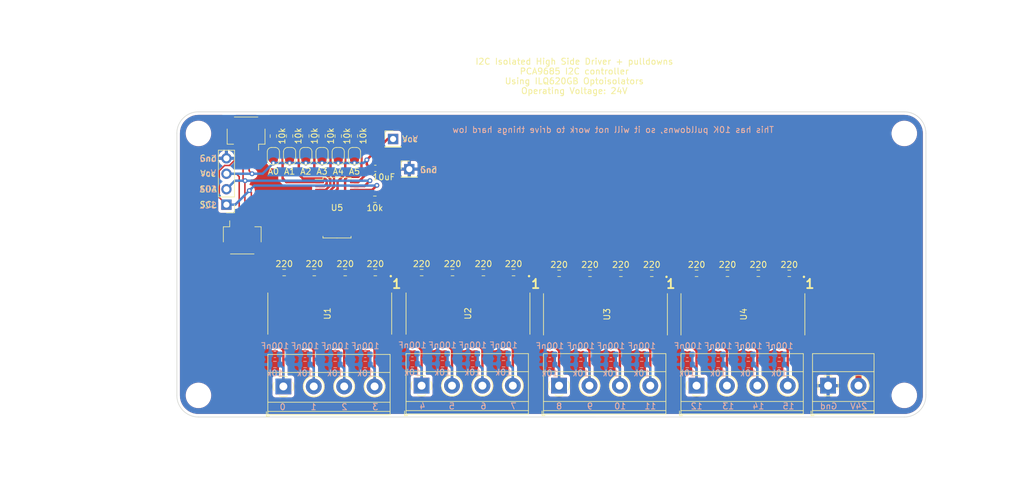
<source format=kicad_pcb>
(kicad_pcb (version 20211014) (generator pcbnew)
  (layers (0 "F.Cu" signal) (31 "B.Cu" signal) (34 "B.Paste" user) (35 "F.Paste" user) (36 "B.SilkS" user "B.Silkscreen") (37 "F.SilkS" user "F.Silkscreen") (38 "B.Mask" user) (39 "F.Mask" user) (44 "Edge.Cuts" user))
  (net 0 "")
  (net 1 "Net-(C1-Pad1)")
  (net 2 "GND")
  (net 3 "Net-(C2-Pad1)")
  (net 4 "Net-(C3-Pad1)")
  (net 5 "Net-(C4-Pad1)")
  (net 6 "Net-(C5-Pad1)")
  (net 7 "Net-(C6-Pad1)")
  (net 8 "Net-(C7-Pad1)")
  (net 9 "Net-(C8-Pad1)")
  (net 10 "Net-(C9-Pad1)")
  (net 11 "Net-(C10-Pad1)")
  (net 12 "Net-(C11-Pad1)")
  (net 13 "Net-(C12-Pad1)")
  (net 14 "Net-(C13-Pad1)")
  (net 15 "Net-(C14-Pad1)")
  (net 16 "Net-(C15-Pad1)")
  (net 17 "Net-(C16-Pad1)")
  (net 18 "VCC")
  (net 19 "+24V")
  (net 20 "/scl")
  (net 21 "/sda")
  (net 22 "Net-(JP1-Pad2)")
  (net 23 "Net-(JP2-Pad2)")
  (net 24 "Net-(JP3-Pad2)")
  (net 25 "Net-(JP4-Pad2)")
  (net 26 "Net-(JP5-Pad2)")
  (net 27 "Net-(JP6-Pad2)")
  (net 28 "Net-(R1-Pad1)")
  (net 29 "/pwm0")
  (net 30 "Net-(R2-Pad1)")
  (net 31 "/pwm1")
  (net 32 "Net-(R3-Pad1)")
  (net 33 "/pwm2")
  (net 34 "Net-(R4-Pad1)")
  (net 35 "/pwm3")
  (net 36 "Net-(R5-Pad1)")
  (net 37 "/pwm4")
  (net 38 "Net-(R6-Pad1)")
  (net 39 "/pwm5")
  (net 40 "Net-(R7-Pad1)")
  (net 41 "/pwm6")
  (net 42 "Net-(R8-Pad1)")
  (net 43 "/pwm7")
  (net 44 "Net-(R9-Pad1)")
  (net 45 "/pwm8")
  (net 46 "Net-(R10-Pad1)")
  (net 47 "/pwm9")
  (net 48 "Net-(R11-Pad1)")
  (net 49 "/pwm10")
  (net 50 "Net-(R12-Pad1)")
  (net 51 "/pwm11")
  (net 52 "Net-(R13-Pad1)")
  (net 53 "/pwm12")
  (net 54 "Net-(R14-Pad1)")
  (net 55 "/pwm13")
  (net 56 "Net-(R15-Pad1)")
  (net 57 "/pwm14")
  (net 58 "Net-(R16-Pad1)")
  (net 59 "/pwm15")
  (net 60 "Net-(R39-Pad1)")
  (footprint "TerminalBlock_Phoenix:TerminalBlock_Phoenix_MKDS-1,5-2_1x02_P5.00mm_Horizontal" (layer "F.Cu") (at 197.946 125.313)
    (fp_text reference "J1" hide)
    (fp_text value "power in")
  )
  (footprint "TerminalBlock_Phoenix:TerminalBlock_Phoenix_MKDS-1,5-4_1x04_P5.00mm_Horizontal" (layer "F.Cu") (at 153.703 125.313)
    (fp_text reference "J4" hide)
    (fp_text value "Conn_01x04")
  )
  (footprint "Resistor_SMD:R_0603_1608Metric" (layer "F.Cu") (at 153.71 106.847 180)
    (fp_text reference "R9" hide)
    (fp_text value "220")
  )
  (footprint "Evan's misc parts:OPTO_ILQ620GB-X009" (layer "F.Cu") (at 115.991 113.462 -90)
    (fp_text reference "U1")
    (fp_text value "ILQ620GB-X009")
  )
  (footprint "Evan's misc parts:OPTO_ILQ620GB-X009" (layer "F.Cu") (at 183.936 113.578 -90)
    (fp_text reference "U4")
    (fp_text value "ILQ620GB-X009")
  )
  (footprint "Jumper:SolderJumper-2_P1.3mm_Bridged_RoundedPad1.0x1.5mm" (layer "F.Cu") (at 120.055 87.543 90)
    (fp_text reference "JP6" hide)
    (fp_text value "Jumper_2_Open" hide)
  )
  (footprint "Resistor_SMD:R_0603_1608Metric" (layer "F.Cu") (at 106.72 84.271 90)
    (fp_text reference "R33" hide)
    (fp_text value "10k")
  )
  (footprint "Resistor_SMD:R_0603_1608Metric" (layer "F.Cu") (at 131.104 106.72 180)
    (fp_text reference "R5" hide)
    (fp_text value "220")
  )
  (footprint "Jumper:SolderJumper-2_P1.3mm_Open_RoundedPad1.0x1.5mm" (layer "F.Cu") (at 112.054 87.543 90)
    (fp_text reference "JP3" hide)
    (fp_text value "Jumper_2_Open" hide)
  )
  (footprint "Resistor_SMD:R_0603_1608Metric" (layer "F.Cu") (at 113.451 106.72 180)
    (fp_text reference "R2" hide)
    (fp_text value "220")
  )
  (footprint "TerminalBlock_Phoenix:TerminalBlock_Phoenix_MKDS-1,5-4_1x04_P5.00mm_Horizontal" (layer "F.Cu") (at 108.364 125.44)
    (fp_text reference "J2" hide)
    (fp_text value "Conn_01x04")
  )
  (footprint "Jumper:SolderJumper-2_P1.3mm_Open_RoundedPad1.0x1.5mm" (layer "F.Cu") (at 106.72 87.543 90)
    (fp_text reference "JP1" hide)
    (fp_text value "Jumper_2_Open" hide)
  )
  (footprint "MountingHole:MountingHole_3.2mm_M3" (layer "F.Cu") (at 94.4 83.834)
    (fp_text reference "REF**" hide)
    (fp_text value "MountingHole_3.2mm_M3")
  )
  (footprint "Resistor_SMD:R_0603_1608Metric" (layer "F.Cu") (at 168.95 106.847 180)
    (fp_text reference "R12" hide)
    (fp_text value "220")
  )
  (footprint "TerminalBlock_Phoenix:TerminalBlock_Phoenix_MKDS-1,5-4_1x04_P5.00mm_Horizontal" (layer "F.Cu") (at 131.097 125.313)
    (fp_text reference "J3" hide)
    (fp_text value "Conn_01x04")
  )
  (footprint "Resistor_SMD:R_0603_1608Metric" (layer "F.Cu") (at 118.531 106.72 180)
    (fp_text reference "R3" hide)
    (fp_text value "220")
  )
  (footprint "Connector_JST:JST_SH_SM04B-SRSS-TB_1x04-1MP_P1.00mm_Horizontal" (layer "F.Cu") (at 101.6 100.965)
    (fp_text reference "J7" hide)
    (fp_text value "qwiic 1")
  )
  (footprint "Jumper:SolderJumper-2_P1.3mm_Open_RoundedPad1.0x1.5mm" (layer "F.Cu") (at 109.387 87.543 90)
    (fp_text reference "JP2" hide)
    (fp_text value "Jumper_2_Open" hide)
  )
  (footprint "Capacitor_SMD:C_0603_1608Metric" (layer "F.Cu") (at 123.484 89.575)
    (fp_text reference "C17" hide)
    (fp_text value "10uF")
  )
  (footprint "Resistor_SMD:R_0603_1608Metric" (layer "F.Cu") (at 163.87 106.847 180)
    (fp_text reference "R11" hide)
    (fp_text value "220")
  )
  (footprint "Resistor_SMD:R_0603_1608Metric" (layer "F.Cu") (at 123.484 106.72 180)
    (fp_text reference "R4" hide)
    (fp_text value "220")
  )
  (footprint "Resistor_SMD:R_0603_1608Metric" (layer "F.Cu") (at 120.055 84.256 90)
    (fp_text reference "R38" hide)
    (fp_text value "10k")
  )
  (footprint "Connector_PinHeader_2.54mm:PinHeader_1x04_P2.54mm_Vertical" (layer "F.Cu") (at 99 95.544 180)
    (fp_text reference "J6" hide)
    (fp_text value "to qwiic breakout")
  )
  (footprint "Resistor_SMD:R_0603_1608Metric" (layer "F.Cu") (at 123.408 94.655)
    (fp_text reference "R39" hide)
    (fp_text value "10k")
  )
  (footprint "Resistor_SMD:R_0603_1608Metric" (layer "F.Cu") (at 158.79 106.847 180)
    (fp_text reference "R10" hide)
    (fp_text value "220")
  )
  (footprint "Resistor_SMD:R_0603_1608Metric" (layer "F.Cu") (at 181.396 106.847 180)
    (fp_text reference "R14" hide)
    (fp_text value "220")
  )
  (footprint "Package_SO:TSSOP-28_4.4x9.7mm_P0.65mm" (layer "F.Cu") (at 117.185 96.059)
    (fp_text reference "U5")
    (fp_text value "PCA9685PW")
  )
  (footprint "TerminalBlock_Phoenix:TerminalBlock_Phoenix_MKDS-1,5-4_1x04_P5.00mm_Horizontal" (layer "F.Cu") (at 176.309 125.313)
    (fp_text reference "J5" hide)
    (fp_text value "Conn_01x04")
  )
  (footprint "Resistor_SMD:R_0603_1608Metric" (layer "F.Cu") (at 117.388 84.271 90)
    (fp_text reference "R37" hide)
    (fp_text value "10k")
  )
  (footprint "Connector_PinHeader_2.54mm:PinHeader_1x01_P2.54mm_Vertical" (layer "F.Cu") (at 129.072 89.702)
    (fp_text reference "J10" hide)
    (fp_text value "Conn_01x01" hide)
  )
  (footprint "MountingHole:MountingHole_3.2mm_M3" (layer "F.Cu") (at 210.479 83.834)
    (fp_text reference "REF**" hide)
    (fp_text value "MountingHole_3.2mm_M3")
  )
  (footprint "Resistor_SMD:R_0603_1608Metric" (layer "F.Cu") (at 146.217 106.72 180)
    (fp_text reference "R8" hide)
    (fp_text value "220")
  )
  (footprint "Connector_JST:JST_SH_SM04B-SRSS-TB_1x04-1MP_P1.00mm_Horizontal" (layer "F.Cu") (at 102.235 83.82 180)
    (fp_text reference "J8" hide)
    (fp_text value "qwiic 2")
  )
  (footprint "Connector_PinHeader_2.54mm:PinHeader_1x01_P2.54mm_Vertical" (layer "F.Cu") (at 126.405 84.749)
    (fp_text reference "J9" hide)
    (fp_text value "qwiic 2" hide)
  )
  (footprint "Resistor_SMD:R_0603_1608Metric" (layer "F.Cu") (at 108.498 106.72 180)
    (fp_text reference "R1" hide)
    (fp_text value "220")
  )
  (footprint "MountingHole:MountingHole_3.2mm_M3" (layer "F.Cu") (at 210.479 126.913)
    (fp_text reference "REF**" hide)
    (fp_text value "MountingHole_3.2mm_M3")
  )
  (footprint "Resistor_SMD:R_0603_1608Metric" (layer "F.Cu") (at 114.721 84.256 90)
    (fp_text reference "R36" hide)
    (fp_text value "10k")
  )
  (footprint "Resistor_SMD:R_0603_1608Metric" (layer "F.Cu") (at 191.556 106.847 180)
    (fp_text reference "R16" hide)
    (fp_text value "220")
  )
  (footprint "Resistor_SMD:R_0603_1608Metric" (layer "F.Cu") (at 112.054 84.256 90)
    (fp_text reference "R35" hide)
    (fp_text value "10k")
  )
  (footprint "Jumper:SolderJumper-2_P1.3mm_Open_RoundedPad1.0x1.5mm" (layer "F.Cu") (at 117.388 87.543 90)
    (fp_text reference "JP5" hide)
    (fp_text value "Jumper_2_Open" hide)
  )
  (footprint "Evan's misc parts:OPTO_ILQ620GB-X009" (layer "F.Cu") (at 138.724 113.462 -90)
    (fp_text reference "U2")
    (fp_text value "ILQ620GB-X009")
  )
  (footprint "Jumper:SolderJumper-2_P1.3mm_Open_RoundedPad1.0x1.5mm" (layer "F.Cu") (at 114.721 87.543 90)
    (fp_text reference "JP4" hide)
    (fp_text value "Jumper_2_Open" hide)
  )
  (footprint "Evan's misc parts:OPTO_ILQ620GB-X009" (layer "F.Cu") (at 161.33 113.578 -90)
    (fp_text reference "U3")
    (fp_text value "ILQ620GB-X009")
  )
  (footprint "Resistor_SMD:R_0603_1608Metric" (layer "F.Cu") (at 176.316 106.847 180)
    (fp_text reference "R13" hide)
    (fp_text value "220")
  )
  (footprint "Resistor_SMD:R_0603_1608Metric" (layer "F.Cu") (at 141.264 106.72 180)
    (fp_text reference "R7" hide)
    (fp_text value "220")
  )
  (footprint "Resistor_SMD:R_0603_1608Metric" (layer "F.Cu") (at 136.184 106.72 180)
    (fp_text reference "R6" hide)
    (fp_text value "220")
  )
  (footprint "MountingHole:MountingHole_3.2mm_M3" (layer "F.Cu") (at 94.4 126.913)
    (fp_text reference "REF**" hide)
    (fp_text value "MountingHole_3.2mm_M3")
  )
  (footprint "Resistor_SMD:R_0603_1608Metric" (layer "F.Cu") (at 109.387 84.256 90)
    (fp_text reference "R34" hide)
    (fp_text value "10k")
  )
  (footprint "Resistor_SMD:R_0603_1608Metric" (layer "F.Cu") (at 186.476 106.847 180)
    (fp_text reference "R15" hide)
    (fp_text value "220")
  )
  (footprint "Resistor_SMD:R_0603_1608Metric" (layer "B.Cu") (at 129.58 121.706 180)
    (fp_text reference "R21" hide)
    (fp_text value "10k")
  )
  (footprint "Capacitor_SMD:C_0603_1608Metric" (layer "B.Cu") (at 184.825 120.182 180)
    (fp_text reference "C15" hide)
    (fp_text value "100nF")
  )
  (footprint "Capacitor_SMD:C_0603_1608Metric" (layer "B.Cu") (at 167.299 120.182 180)
    (fp_text reference "C12" hide)
    (fp_text value "100nF")
  )
  (footprint "Resistor_SMD:R_0603_1608Metric" (layer "B.Cu") (at 144.566 121.706 180)
    (fp_text reference "R24" hide)
    (fp_text value "10k")
  )
  (footprint "Capacitor_SMD:C_0603_1608Metric" (layer "B.Cu") (at 106.974 120.182 180)
    (fp_text reference "C1" hide)
    (fp_text value "100nF")
  )
  (footprint "Capacitor_SMD:C_0603_1608Metric" (layer "B.Cu") (at 179.872 120.182 180)
    (fp_text reference "C14" hide)
    (fp_text value "100nF")
  )
  (footprint "Resistor_SMD:R_0603_1608Metric" (layer "B.Cu") (at 111.927 121.833 180)
    (fp_text reference "R18" hide)
    (fp_text value "10k")
  )
  (footprint "Resistor_SMD:R_0603_1608Metric" (layer "B.Cu") (at 189.905 121.833 180)
    (fp_text reference "R32" hide)
    (fp_text value "10k")
  )
  (footprint "Capacitor_SMD:C_0603_1608Metric" (layer "B.Cu") (at 157.266 120.182 180)
    (fp_text reference "C10" hide)
    (fp_text value "100nF")
  )
  (footprint "Capacitor_SMD:C_0603_1608Metric" (layer "B.Cu") (at 162.219 120.182 180)
    (fp_text reference "C11" hide)
    (fp_text value "100nF")
  )
  (footprint "Resistor_SMD:R_0603_1608Metric" (layer "B.Cu") (at 162.219 121.833 180)
    (fp_text reference "R27" hide)
    (fp_text value "10k")
  )
  (footprint "Capacitor_SMD:C_0603_1608Metric" (layer "B.Cu") (at 144.566 120.055 180)
    (fp_text reference "C8" hide)
    (fp_text value "100nF")
  )
  (footprint "Capacitor_SMD:C_0603_1608Metric" (layer "B.Cu") (at 139.486 120.055 180)
    (fp_text reference "C7" hide)
    (fp_text value "100nF")
  )
  (footprint "Resistor_SMD:R_0603_1608Metric" (layer "B.Cu") (at 174.792 121.833 180)
    (fp_text reference "R29" hide)
    (fp_text value "10k")
  )
  (footprint "Resistor_SMD:R_0603_1608Metric" (layer "B.Cu") (at 116.88 121.833 180)
    (fp_text reference "R19" hide)
    (fp_text value "10k")
  )
  (footprint "Resistor_SMD:R_0603_1608Metric" (layer "B.Cu") (at 152.186 121.833 180)
    (fp_text reference "R25" hide)
    (fp_text value "10k")
  )
  (footprint "Capacitor_SMD:C_0603_1608Metric" (layer "B.Cu") (at 189.918 120.182 180)
    (fp_text reference "C16" hide)
    (fp_text value "100nF")
  )
  (footprint "Resistor_SMD:R_0603_1608Metric" (layer "B.Cu") (at 121.833 121.833 180)
    (fp_text reference "R20" hide)
    (fp_text value "10k")
  )
  (footprint "Capacitor_SMD:C_0603_1608Metric" (layer "B.Cu") (at 134.533 120.055 180)
    (fp_text reference "C6" hide)
    (fp_text value "100nF")
  )
  (footprint "Resistor_SMD:R_0603_1608Metric" (layer "B.Cu") (at 139.486 121.706 180)
    (fp_text reference "R23" hide)
    (fp_text value "10k")
  )
  (footprint "Capacitor_SMD:C_0603_1608Metric" (layer "B.Cu") (at 111.927 120.182 180)
    (fp_text reference "C2" hide)
    (fp_text value "100nF")
  )
  (footprint "Capacitor_SMD:C_0603_1608Metric" (layer "B.Cu") (at 174.792 120.182 180)
    (fp_text reference "C13" hide)
    (fp_text value "100nF")
  )
  (footprint "Resistor_SMD:R_0603_1608Metric" (layer "B.Cu") (at 106.974 121.833 180)
    (fp_text reference "R17" hide)
    (fp_text value "10k")
  )
  (footprint "Resistor_SMD:R_0603_1608Metric" (layer "B.Cu") (at 167.299 121.833 180)
    (fp_text reference "R28" hide)
    (fp_text value "10k")
  )
  (footprint "Resistor_SMD:R_0603_1608Metric" (layer "B.Cu") (at 134.533 121.706 180)
    (fp_text reference "R22" hide)
    (fp_text value "10k")
  )
  (footprint "Capacitor_SMD:C_0603_1608Metric" (layer "B.Cu") (at 116.88 120.182 180)
    (fp_text reference "C3" hide)
    (fp_text value "100nF")
  )
  (footprint "Capacitor_SMD:C_0603_1608Metric" (layer "B.Cu") (at 129.58 120.055 180)
    (fp_text reference "C5" hide)
    (fp_text value "100nF")
  )
  (footprint "Resistor_SMD:R_0603_1608Metric" (layer "B.Cu") (at 157.266 121.833 180)
    (fp_text reference "R26" hide)
    (fp_text value "10k")
  )
  (footprint "Capacitor_SMD:C_0603_1608Metric" (layer "B.Cu") (at 121.833 120.182 180)
    (fp_text reference "C4" hide)
    (fp_text value "100nF")
  )
  (footprint "Resistor_SMD:R_0603_1608Metric" (layer "B.Cu") (at 184.825 121.833 180)
    (fp_text reference "R31" hide)
    (fp_text value "10k")
  )
  (footprint "Resistor_SMD:R_0603_1608Metric" (layer "B.Cu") (at 179.872 121.833 180)
    (fp_text reference "R30" hide)
    (fp_text value "10k")
  )
  (footprint "Capacitor_SMD:C_0603_1608Metric" (layer "B.Cu") (at 152.186 120.182 180)
    (fp_text reference "C9" hide)
    (fp_text value "100nF")
  )
  (gr_arc (start 94.4 130.469) (mid 91.885528 129.427472) (end 90.844 126.913) (layer "Edge.Cuts") (width 0.1))
  (gr_line (start 90.844 83.834) (end 90.844 126.913) (layer "Edge.Cuts") (width 0.1))
  (gr_line (start 94.4 80.278) (end 210.479 80.278) (layer "Edge.Cuts") (width 0.1))
  (gr_line (start 210.479 130.471267) (end 94.4 130.469) (layer "Edge.Cuts") (width 0.1))
  (gr_arc (start 214.035 126.786) (mid 213.039582 129.383766) (end 210.479 130.471267) (layer "Edge.Cuts") (width 0.1))
  (gr_arc (start 90.844 83.834) (mid 91.885528 81.319528) (end 94.4 80.278) (layer "Edge.Cuts") (width 0.1))
  (gr_arc (start 210.479 80.278) (mid 212.993472 81.319528) (end 214.035 83.834) (layer "Edge.Cuts") (width 0.1))
  (gr_line (start 214.035 83.834) (end 214.035 126.786) (layer "Edge.Cuts") (width 0.1))
  (gr_text "11" (at 168.696 128.691) (layer "B.SilkS") (effects (font (size 1 1)) (justify mirror)))
  (gr_text "1" (at 113.324 128.818) (layer "B.SilkS") (effects (font (size 1 1)) (justify mirror)))
  (gr_text "Gnd" (at 198.033 128.691) (layer "B.SilkS") (effects (font (size 1 1)) (justify mirror)))
  (gr_text "13" (at 181.523 128.691) (layer "B.SilkS") (effects (font (size 1 1)) (justify mirror)))
  (gr_text "Vcc" (at 129.199 84.749) (layer "B.SilkS") (effects (font (size 1 1)) (justify mirror)))
  (gr_text "This has 10K pulldowns, so it will not work to drive things hard low" (at 162.6 83.225) (layer "B.SilkS") (effects (font (size 1 1)) (justify mirror)))
  (gr_text "0" (at 108.244 128.818) (layer "B.SilkS") (effects (font (size 1 1)) (justify mirror)))
  (gr_text "6" (at 141.264 128.691) (layer "B.SilkS") (effects (font (size 1 1)) (justify mirror)))
  (gr_text "Gnd" (at 96 88) (layer "B.SilkS") (effects (font (size 1 1)) (justify mirror)))
  (gr_text "SCL" (at 96 95.671) (layer "B.SilkS") (effects (font (size 1 1)) (justify mirror)))
  (gr_text "Gnd" (at 132.247 89.829) (layer "B.SilkS") (effects (font (size 1 1)) (justify mirror)))
  (gr_text "14" (at 186.476 128.691) (layer "B.SilkS") (effects (font (size 1 1)) (justify mirror)))
  (gr_text "9" (at 158.79 128.691) (layer "B.SilkS") (effects (font (size 1 1)) (justify mirror)))
  (gr_text "12" (at 176.316 128.691) (layer "B.SilkS") (effects (font (size 1 1)) (justify mirror)))
  (gr_text "24V" (at 202.986 128.691) (layer "B.SilkS") (effects (font (size 1 1)) (justify mirror)))
  (gr_text "10" (at 163.743 128.691) (layer "B.SilkS") (effects (font (size 1 1)) (justify mirror)))
  (gr_text "5" (at 136.057 128.691) (layer "B.SilkS") (effects (font (size 1 1)) (justify mirror)))
  (gr_text "8" (at 153.71 128.691) (layer "B.SilkS") (effects (font (size 1 1)) (justify mirror)))
  (gr_text "2" (at 118.404 128.818) (layer "B.SilkS") (effects (font (size 1 1)) (justify mirror)))
  (gr_text "7" (at 146.217 128.691) (layer "B.SilkS") (effects (font (size 1 1)) (justify mirror)))
  (gr_text "3" (at 123.484 128.818) (layer "B.SilkS") (effects (font (size 1 1)) (justify mirror)))
  (gr_text "15" (at 191.429 128.691) (layer "B.SilkS") (effects (font (size 1 1)) (justify mirror)))
  (gr_text "Vcc" (at 96 90.337) (layer "B.SilkS") (effects (font (size 1 1)) (justify mirror)))
  (gr_text "4" (at 131.231 128.691) (layer "B.SilkS") (effects (font (size 1 1)) (justify mirror)))
  (gr_text "SDA" (at 96 93) (layer "B.SilkS") (effects (font (size 1 1)) (justify mirror)))
  (gr_text "I2C Isolated High Side Driver + pulldowns\nPCA9685 I2C controller\nUsing ILQ620GB Optoisolators\nOperating Voltage: 24V\n" (at 156.21 74.422) (layer "F.SilkS") (effects (font (size 1 1))))
  (gr_text "Gnd" (at 132.247 89.829) (layer "F.SilkS") (effects (font (size 1 1))))
  (gr_text "A2" (at 112.054 90.083) (layer "F.SilkS") (effects (font (size 1 1))))
  (gr_text "A4" (at 117.388 90.083) (layer "F.SilkS") (effects (font (size 1 1))))
  (gr_text "1" (at 127 108.585) (layer "F.SilkS") (effects (font (size 1.5 1.5) (thickness 0.3))))
  (gr_text "Vcc" (at 129.199 84.749) (layer "F.SilkS") (effects (font (size 1 1))))
  (gr_text "SCL" (at 96 95.544) (layer "F.SilkS") (effects (font (size 1 1))))
  (gr_text "1" (at 172.085 108.585) (layer "F.SilkS") (effects (font (size 1.5 1.5) (thickness 0.3))))
  (gr_text "A3" (at 114.721 90.083) (layer "F.SilkS") (effects (font (size 1 1))))
  (gr_text "A1" (at 109.387 90.083) (layer "F.SilkS") (effects (font (size 1 1))))
  (gr_text "1" (at 194.945 108.585) (layer "F.SilkS") (effects (font (size 1.5 1.5) (thickness 0.3))))
  (gr_text "SDA" (at 96 93) (layer "F.SilkS") (effects (font (size 1 1))))
  (gr_text "Vcc" (at 96 90.434) (layer "F.SilkS") (effects (font (size 1 1))))
  (gr_text "A5" (at 120.055 90.083) (layer "F.SilkS") (effects (font (size 1 1))))
  (gr_text "1" (at 149.86 108.585) (layer "F.SilkS") (effects (font (size 1.5 1.5) (thickness 0.3))))
  (gr_text "Gnd" (at 96 87.934) (layer "F.SilkS") (effects (font (size 1 1))))
  (gr_text "A0" (at 106.72 90.083) (layer "F.SilkS") (effects (font (size 1 1))))
  (segment (start 108.364 119.485) (end 108.364 125.44) (width 0.4) (layer "F.Cu") (net 1))
  (segment (start 107.101 118.222) (end 108.364 119.485) (width 0.4) (layer "F.Cu") (net 1))
  (segment (start 108.364 122.398) (end 107.799 121.833) (width 0.4) (layer "B.Cu") (net 1))
  (segment (start 107.799 121.833) (end 107.799 120.232) (width 0.4) (layer "B.Cu") (net 1))
  (segment (start 108.364 125.44) (end 108.364 122.398) (width 0.4) (layer "B.Cu") (net 1))
  (segment (start 107.799 120.232) (end 107.749 120.182) (width 0.4) (layer "B.Cu") (net 1))
  (segment (start 120.0655 93.766) (end 120.0475 93.784) (width 0.4) (layer "F.Cu") (net 2))
  (segment (start 124.233 94.655) (end 123.344 93.766) (width 0.4) (layer "F.Cu") (net 2))
  (segment (start 123.344 93.766) (end 120.0655 93.766) (width 0.4) (layer "F.Cu") (net 2))
  (segment (start 113.364 119.405) (end 112.181 118.222) (width 0.4) (layer "F.Cu") (net 3))
  (segment (start 113.364 125.44) (end 113.364 119.405) (width 0.4) (layer "F.Cu") (net 3))
  (segment (start 112.752 120.232) (end 112.702 120.182) (width 0.4) (layer "B.Cu") (net 3))
  (segment (start 112.752 121.833) (end 112.752 120.232) (width 0.4) (layer "B.Cu") (net 3))
  (segment (start 113.364 125.44) (end 113.364 122.445) (width 0.4) (layer "B.Cu") (net 3))
  (segment (start 113.364 122.445) (end 112.752 121.833) (width 0.4) (layer "B.Cu") (net 3))
  (segment (start 118.364 119.325) (end 117.261 118.222) (width 0.4) (layer "F.Cu") (net 4))
  (segment (start 118.364 125.44) (end 118.364 119.325) (width 0.4) (layer "F.Cu") (net 4))
  (segment (start 117.705 120.232) (end 117.655 120.182) (width 0.4) (layer "B.Cu") (net 4))
  (segment (start 118.364 122.492) (end 117.705 121.833) (width 0.4) (layer "B.Cu") (net 4))
  (segment (start 117.705 121.833) (end 117.705 120.232) (width 0.4) (layer "B.Cu") (net 4))
  (segment (start 118.364 125.44) (end 118.364 122.492) (width 0.4) (layer "B.Cu") (net 4))
  (segment (start 123.364 125.44) (end 123.364 119.245) (width 0.4) (layer "F.Cu") (net 5))
  (segment (start 123.364 119.245) (end 122.341 118.222) (width 0.4) (layer "F.Cu") (net 5))
  (segment (start 122.658 120.232) (end 122.608 120.182) (width 0.4) (layer "B.Cu") (net 5))
  (segment (start 123.364 125.44) (end 123.364 122.539) (width 0.4) (layer "B.Cu") (net 5))
  (segment (start 123.364 122.539) (end 122.658 121.833) (width 0.4) (layer "B.Cu") (net 5))
  (segment (start 122.658 121.833) (end 122.658 120.232) (width 0.4) (layer "B.Cu") (net 5))
  (segment (start 131.097 119.485) (end 129.834 118.222) (width 0.4) (layer "F.Cu") (net 6))
  (segment (start 131.097 125.313) (end 131.097 119.485) (width 0.4) (layer "F.Cu") (net 6))
  (segment (start 130.405 120.105) (end 130.355 120.055) (width 0.4) (layer "B.Cu") (net 6))
  (segment (start 131.097 125.313) (end 131.097 122.398) (width 0.4) (layer "B.Cu") (net 6))
  (segment (start 130.405 121.706) (end 130.405 120.105) (width 0.4) (layer "B.Cu") (net 6))
  (segment (start 131.097 122.398) (end 130.405 121.706) (width 0.4) (layer "B.Cu") (net 6))
  (segment (start 136.097 119.405) (end 134.914 118.222) (width 0.4) (layer "F.Cu") (net 7))
  (segment (start 136.097 125.313) (end 136.097 119.405) (width 0.4) (layer "F.Cu") (net 7))
  (segment (start 136.097 122.445) (end 135.358 121.706) (width 0.4) (layer "B.Cu") (net 7))
  (segment (start 135.358 121.706) (end 135.358 120.105) (width 0.4) (layer "B.Cu") (net 7))
  (segment (start 135.358 120.105) (end 135.308 120.055) (width 0.4) (layer "B.Cu") (net 7))
  (segment (start 136.097 125.313) (end 136.097 122.445) (width 0.4) (layer "B.Cu") (net 7))
  (segment (start 141.097 125.313) (end 141.097 119.325) (width 0.4) (layer "F.Cu") (net 8))
  (segment (start 141.097 119.325) (end 139.994 118.222) (width 0.4) (layer "F.Cu") (net 8))
  (segment (start 140.311 120.105) (end 140.261 120.055) (width 0.4) (layer "B.Cu") (net 8))
  (segment (start 141.097 125.313) (end 141.097 122.492) (width 0.4) (layer "B.Cu") (net 8))
  (segment (start 140.311 121.706) (end 140.311 120.105) (width 0.4) (layer "B.Cu") (net 8))
  (segment (start 141.097 122.492) (end 140.311 121.706) (width 0.4) (layer "B.Cu") (net 8))
  (segment (start 146.097 119.245) (end 145.074 118.222) (width 0.4) (layer "F.Cu") (net 9))
  (segment (start 146.097 125.313) (end 146.097 119.245) (width 0.4) (layer "F.Cu") (net 9))
  (segment (start 146.097 122.412) (end 145.391 121.706) (width 0.4) (layer "B.Cu") (net 9))
  (segment (start 145.391 120.105) (end 145.341 120.055) (width 0.4) (layer "B.Cu") (net 9))
  (segment (start 145.391 121.706) (end 145.391 120.105) (width 0.4) (layer "B.Cu") (net 9))
  (segment (start 146.097 125.313) (end 146.097 122.412) (width 0.4) (layer "B.Cu") (net 9))
  (segment (start 153.703 119.601) (end 152.44 118.338) (width 0.4) (layer "F.Cu") (net 10))
  (segment (start 153.703 125.313) (end 153.703 119.601) (width 0.4) (layer "F.Cu") (net 10))
  (segment (start 153.703 125.313) (end 153.703 122.525) (width 0.4) (layer "B.Cu") (net 10))
  (segment (start 153.011 120.232) (end 152.961 120.182) (width 0.4) (layer "B.Cu") (net 10))
  (segment (start 153.011 121.833) (end 153.011 120.232) (width 0.4) (layer "B.Cu") (net 10))
  (segment (start 153.703 122.525) (end 153.011 121.833) (width 0.4) (layer "B.Cu") (net 10))
  (segment (start 158.703 125.313) (end 158.703 119.521) (width 0.4) (layer "F.Cu") (net 11))
  (segment (start 158.703 119.521) (end 157.52 118.338) (width 0.4) (layer "F.Cu") (net 11))
  (segment (start 158.703 122.445) (end 158.091 121.833) (width 0.4) (layer "B.Cu") (net 11))
  (segment (start 158.703 125.313) (end 158.703 122.445) (width 0.4) (layer "B.Cu") (net 11))
  (segment (start 158.091 121.833) (end 158.091 120.232) (width 0.4) (layer "B.Cu") (net 11))
  (segment (start 158.091 120.232) (end 158.041 120.182) (width 0.4) (layer "B.Cu") (net 11))
  (segment (start 163.703 125.313) (end 163.703 119.441) (width 0.4) (layer "F.Cu") (net 12))
  (segment (start 163.703 119.441) (end 162.6 118.338) (width 0.4) (layer "F.Cu") (net 12))
  (segment (start 163.703 122.492) (end 163.044 121.833) (width 0.4) (layer "B.Cu") (net 12))
  (segment (start 163.044 121.833) (end 163.044 120.232) (width 0.4) (layer "B.Cu") (net 12))
  (segment (start 163.044 120.232) (end 162.994 120.182) (width 0.4) (layer "B.Cu") (net 12))
  (segment (start 163.703 125.313) (end 163.703 122.492) (width 0.4) (layer "B.Cu") (net 12))
  (segment (start 168.703 119.361) (end 167.68 118.338) (width 0.4) (layer "F.Cu") (net 13))
  (segment (start 168.703 125.313) (end 168.703 119.361) (width 0.4) (layer "F.Cu") (net 13))
  (segment (start 168.124 120.232) (end 168.074 120.182) (width 0.4) (layer "B.Cu") (net 13))
  (segment (start 168.703 125.313) (end 168.703 122.412) (width 0.4) (layer "B.Cu") (net 13))
  (segment (start 168.124 121.833) (end 168.124 120.232) (width 0.4) (layer "B.Cu") (net 13))
  (segment (start 168.703 122.412) (end 168.124 121.833) (width 0.4) (layer "B.Cu") (net 13))
  (segment (start 176.309 125.313) (end 176.309 119.601) (width 0.4) (layer "F.Cu") (net 14))
  (segment (start 176.309 119.601) (end 175.046 118.338) (width 0.4) (layer "F.Cu") (net 14))
  (segment (start 176.309 125.313) (end 176.309 122.525) (width 0.4) (layer "B.Cu") (net 14))
  (segment (start 175.617 121.833) (end 175.617 120.232) (width 0.4) (layer "B.Cu") (net 14))
  (segment (start 175.617 120.232) (end 175.567 120.182) (width 0.4) (layer "B.Cu") (net 14))
  (segment (start 176.309 122.525) (end 175.617 121.833) (width 0.4) (layer "B.Cu") (net 14))
  (segment (start 181.309 119.521) (end 180.126 118.338) (width 0.4) (layer "F.Cu") (net 15))
  (segment (start 181.309 125.313) (end 181.309 119.521) (width 0.4) (layer "F.Cu") (net 15))
  (segment (start 181.309 125.313) (end 181.309 122.445) (width 0.4) (layer "B.Cu") (net 15))
  (segment (start 180.697 121.833) (end 180.697 120.232) (width 0.4) (layer "B.Cu") (net 15))
  (segment (start 181.309 122.445) (end 180.697 121.833) (width 0.4) (layer "B.Cu") (net 15))
  (segment (start 180.697 120.232) (end 180.647 120.182) (width 0.4) (layer "B.Cu") (net 15))
  (segment (start 186.309 119.441) (end 185.206 118.338) (width 0.4) (layer "F.Cu") (net 16))
  (segment (start 186.309 125.313) (end 186.309 119.441) (width 0.4) (layer "F.Cu") (net 16))
  (segment (start 186.309 125.313) (end 186.309 122.492) (width 0.4) (layer "B.Cu") (net 16))
  (segment (start 185.65 120.232) (end 185.6 120.182) (width 0.4) (layer "B.Cu") (net 16))
  (segment (start 186.309 122.492) (end 185.65 121.833) (width 0.4) (layer "B.Cu") (net 16))
  (segment (start 185.65 121.833) (end 185.65 120.232) (width 0.4) (layer "B.Cu") (net 16))
  (segment (start 191.309 125.313) (end 191.309 119.361) (width 0.4) (layer "F.Cu") (net 17))
  (segment (start 191.309 119.361) (end 190.286 118.338) (width 0.4) (layer "F.Cu") (net 17))
  (segment (start 191.309 122.412) (end 190.73 121.833) (width 0.4) (layer "B.Cu") (net 17))
  (segment (start 190.73 120.219) (end 190.693 120.182) (width 0.4) (layer "B.Cu") (net 17))
  (segment (start 190.73 121.833) (end 190.73 120.219) (width 0.4) (layer "B.Cu") (net 17))
  (segment (start 191.309 125.313) (end 191.309 122.412) (width 0.4) (layer "B.Cu") (net 17))
  (segment (start 120.0475 91.834) (end 120.67585 91.834) (width 0.4) (layer "F.Cu") (net 18))
  (segment (start 122.087 88.178) (end 122.087 88.953) (width 0.4) (layer "F.Cu") (net 18))
  (segment (start 122.087 88.953) (end 122.709 89.575) (width 0.4) (layer "F.Cu") (net 18))
  (segment (start 122.709 89.80085) (end 122.709 89.575) (width 0.4) (layer "F.Cu") (net 18))
  (segment (start 120.67585 91.834) (end 122.709 89.80085) (width 0.4) (layer "F.Cu") (net 18))
  (segment (start 125.516 84.749) (end 126.405 84.749) (width 0.4) (layer "F.Cu") (net 18))
  (segment (start 100.624 90.464) (end 99 90.464) (width 0.25) (layer "F.Cu") (net 18))
  (segment (start 101.1 90.94) (end 100.624 90.464) (width 0.25) (layer "F.Cu") (net 18))
  (segment (start 122.087 88.178) (end 125.516 84.749) (width 0.4) (layer "F.Cu") (net 18))
  (segment (start 101.1 98.965) (end 101.1 90.94) (width 0.25) (layer "F.Cu") (net 18))
  (segment (start 102.735 85.82) (end 102.735 89.988) (width 0.25) (layer "F.Cu") (net 18))
  (segment (start 102.735 89.988) (end 103.211 90.464) (width 0.25) (layer "F.Cu") (net 18))
  (via (at 120.055 88.686) (size 0.8) (drill 0.4) (layers "F.Cu" "B.Cu") (net 18))
  (via (at 114.721 88.686) (size 0.8) (drill 0.4) (layers "F.Cu" "B.Cu") (net 18))
  (via (at 106.72 88.686) (size 0.8) (drill 0.4) (layers "F.Cu" "B.Cu") (net 18))
  (via (at 112.054 88.686) (size 0.8) (drill 0.4) (layers "F.Cu" "B.Cu") (net 18))
  (via (at 109.387 88.686) (size 0.8) (drill 0.4) (layers "F.Cu" "B.Cu") (net 18))
  (via (at 117.388 88.686) (size 0.8) (drill 0.4) (layers "F.Cu" "B.Cu") (net 18))
  (via (at 122.087 88.178) (size 0.8) (drill 0.4) (layers "F.Cu" "B.Cu") (net 18))
  (via (at 103.211 90.464) (size 0.8) (drill 0.4) (layers "F.Cu" "B.Cu") (net 18))
  (segment (start 120.055 88.686) (end 121.579 88.686) (width 0.4) (layer "B.Cu") (net 18))
  (segment (start 121.579 88.686) (end 122.087 88.178) (width 0.4) (layer "B.Cu") (net 18))
  (segment (start 99 90.464) (end 103.211 90.464) (width 0.4) (layer "B.Cu") (net 18))
  (segment (start 104.942 90.464) (end 106.72 88.686) (width 0.4) (layer "B.Cu") (net 18))
  (segment (start 103.211 90.464) (end 104.942 90.464) (width 0.4) (layer "B.Cu") (net 18))
  (segment (start 106.72 88.686) (end 120.055 88.686) (width 0.4) (layer "B.Cu") (net 18))
  (segment (start 119.801 114.34) (end 124.754 114.34) (width 1) (layer "F.Cu") (net 19))
  (segment (start 202.946 120.269) (end 202.946 125.313) (width 1) (layer "F.Cu") (net 19))
  (segment (start 110.276 114.34) (end 114.721 114.34) (width 1) (layer "F.Cu") (net 19))
  (segment (start 170.22 114.467) (end 170.093 114.34) (width 1) (layer "F.Cu") (net 19))
  (segment (start 132.374 114.467) (end 132.501 114.34) (width 1) (layer "F.Cu") (net 19))
  (segment (start 192.826 114.594) (end 193.08 114.34) (width 1) (layer "F.Cu") (net 19))
  (segment (start 177.586 114.34) (end 182.92 114.34) (width 1) (layer "F.Cu") (net 19))
  (segment (start 147.614 114.34) (end 154.726 114.34) (width 1) (layer "F.Cu") (net 19))
  (segment (start 165.14 118.338) (end 165.14 114.467) (width 1) (layer "F.Cu") (net 19))
  (segment (start 182.666 118.338) (end 182.666 114.594) (width 1) (layer "F.Cu") (net 19))
  (segment (start 142.407 114.34) (end 147.614 114.34) (width 1) (layer "F.Cu") (net 19))
  (segment (start 182.92 114.34) (end 187.746 114.34) (width 1) (layer "F.Cu") (net 19))
  (segment (start 114.721 114.34) (end 119.801 114.34) (width 1) (layer "F.Cu") (net 19))
  (segment (start 154.726 114.34) (end 159.933 114.34) (width 1) (layer "F.Cu") (net 19))
  (segment (start 197.017 114.34) (end 202.946 120.269) (width 1) (layer "F.Cu") (net 19))
  (segment (start 177.586 118.338) (end 177.586 114.34) (width 1) (layer "F.Cu") (net 19))
  (segment (start 137.454 114.34) (end 142.407 114.34) (width 1) (layer "F.Cu") (net 19))
  (segment (start 147.614 118.222) (end 147.614 114.34) (width 1) (layer "F.Cu") (net 19))
  (segment (start 154.98 114.594) (end 154.726 114.34) (width 1) (layer "F.Cu") (net 19))
  (segment (start 142.534 114.467) (end 142.407 114.34) (width 1) (layer "F.Cu") (net 19))
  (segment (start 142.534 118.222) (end 142.534 114.467) (width 1) (layer "F.Cu") (net 19))
  (segment (start 187.746 114.34) (end 193.08 114.34) (width 1) (layer "F.Cu") (net 19))
  (segment (start 160.06 118.338) (end 160.06 114.467) (width 1) (layer "F.Cu") (net 19))
  (segment (start 170.093 114.34) (end 177.586 114.34) (width 1) (layer "F.Cu") (net 19))
  (segment (start 154.98 118.338) (end 154.98 114.594) (width 1) (layer "F.Cu") (net 19))
  (segment (start 114.721 118.222) (end 114.721 114.34) (width 1) (layer "F.Cu") (net 19))
  (segment (start 170.22 118.338) (end 170.22 114.467) (width 1) (layer "F.Cu") (net 19))
  (segment (start 124.881 114.467) (end 124.754 114.34) (width 1) (layer "F.Cu") (net 19))
  (segment (start 182.666 114.594) (end 182.92 114.34) (width 1) (layer "F.Cu") (net 19))
  (segment (start 187.746 118.338) (end 187.746 114.34) (width 1) (layer "F.Cu") (net 19))
  (segment (start 193.08 114.34) (end 197.017 114.34) (width 1) (layer "F.Cu") (net 19))
  (segment (start 132.374 118.222) (end 132.374 114.467) (width 1) (layer "F.Cu") (net 19))
  (segment (start 109.641 118.222) (end 109.641 114.975) (width 1) (layer "F.Cu") (net 19))
  (segment (start 109.641 114.975) (end 110.276 114.34) (width 1) (layer "F.Cu") (net 19))
  (segment (start 137.454 118.222) (end 137.454 114.34) (width 1) (layer "F.Cu") (net 19))
  (segment (start 119.801 118.222) (end 119.801 114.34) (width 1) (layer "F.Cu") (net 19))
  (segment (start 160.06 114.467) (end 159.933 114.34) (width 1) (layer "F.Cu") (net 19))
  (segment (start 165.013 114.34) (end 170.093 114.34) (width 1) (layer "F.Cu") (net 19))
  (segment (start 159.933 114.34) (end 165.013 114.34) (width 1) (layer "F.Cu") (net 19))
  (segment (start 132.501 114.34) (end 137.454 114.34) (width 1) (layer "F.Cu") (net 19))
  (segment (start 124.881 118.222) (end 124.881 114.467) (width 1) (layer "F.Cu") (net 19))
  (segment (start 165.14 114.467) (end 165.013 114.34) (width 1) (layer "F.Cu") (net 19))
  (segment (start 124.754 114.34) (end 132.501 114.34) (width 1) (layer "F.Cu") (net 19))
  (segment (start 192.826 118.338) (end 192.826 114.594) (width 1) (layer "F.Cu") (net 19))
  (segment (start 120.0475 93.134) (end 122.973 93.134) (width 0.4) (layer "F.Cu") (net 20))
  (segment (start 99 95.544) (end 97.825489 94.369489) (width 0.25) (layer "F.Cu") (net 20))
  (segment (start 103.1 93.575) (end 102.7625 93.2375) (width 0.25) (layer "F.Cu") (net 20))
  (segment (start 97.825489 94.369489) (end 97.825489 89.977501) (width 0.25) (layer "F.Cu") (net 20))
  (segment (start 122.973 93.134) (end 123.738 92.369) (width 0.4) (layer "F.Cu") (net 20))
  (segment (start 99.496489 89.098511) (end 100.735 87.86) (width 0.25) (layer "F.Cu") (net 20))
  (segment (start 97.825489 89.977501) (end 98.704479 89.098511) (width 0.25) (layer "F.Cu") (net 20))
  (segment (start 98.704479 89.098511) (end 99.496489 89.098511) (width 0.25) (layer "F.Cu") (net 20))
  (segment (start 103.1 98.965) (end 103.1 93.575) (width 0.25) (layer "F.Cu") (net 20))
  (segment (start 100.735 87.86) (end 100.735 85.82) (width 0.25) (layer "F.Cu") (net 20))
  (via (at 102.7625 93.2375) (size 0.8) (drill 0.4) (layers "F.Cu" "B.Cu") (net 20))
  (via (at 123.738 92.369) (size 0.8) (drill 0.4) (layers "F.Cu" "B.Cu") (net 20))
  (segment (start 123.700489 92.406511) (end 103.593489 92.406511) (width 0.4) (layer "B.Cu") (net 20))
  (segment (start 100.456 95.544) (end 99 95.544) (width 0.4) (layer "B.Cu") (net 20))
  (segment (start 123.738 92.369) (end 123.700489 92.406511) (width 0.4) (layer "B.Cu") (net 20))
  (segment (start 103.593489 92.406511) (end 102.7625 93.2375) (width 0.4) (layer "B.Cu") (net 20))
  (segment (start 102.7625 93.2375) (end 100.456 95.544) (width 0.4) (layer "B.Cu") (net 20))
  (segment (start 120.0475 92.484) (end 121.718 92.484) (width 0.4) (layer "F.Cu") (net 21))
  (segment (start 101.735 85.82) (end 101.735 91.274) (width 0.25) (layer "F.Cu") (net 21))
  (segment (start 101.735 91.274) (end 102.068 91.607) (width 0.25) (layer "F.Cu") (net 21))
  (segment (start 121.718 92.484) (end 122.595 91.607) (width 0.4) (layer "F.Cu") (net 21))
  (segment (start 102.1 98.965) (end 102.037989 98.902989) (width 0.25) (layer "F.Cu") (net 21))
  (segment (start 102.037989 91.637011) (end 102.068 91.607) (width 0.25) (layer "F.Cu") (net 21))
  (segment (start 102.037989 98.902989) (end 102.037989 91.637011) (width 0.25) (layer "F.Cu") (net 21))
  (via (at 102.068 91.607) (size 0.8) (drill 0.4) (layers "F.Cu" "B.Cu") (net 21))
  (via (at 122.595 91.607) (size 0.8) (drill 0.4) (layers "F.Cu" "B.Cu") (net 21))
  (segment (start 100.397 91.607) (end 99 93.004) (width 0.4) (layer "B.Cu") (net 21))
  (segment (start 122.595 91.607) (end 102.068 91.607) (width 0.4) (layer "B.Cu") (net 21))
  (segment (start 102.068 91.607) (end 100.397 91.607) (width 0.4) (layer "B.Cu") (net 21))
  (segment (start 108.23748 87.66348) (end 107.467 86.893) (width 0.4) (layer "F.Cu") (net 22))
  (segment (start 107.467 86.893) (end 106.72 86.893) (width 0.4) (layer "F.Cu") (net 22))
  (segment (start 106.72 85.096) (end 106.72 86.893) (width 0.4) (layer "F.Cu") (net 22))
  (segment (start 108.23748 91.21948) (end 108.23748 87.66348) (width 0.4) (layer "F.Cu") (net 22))
  (segment (start 114.3225 91.834) (end 108.852 91.834) (width 0.4) (layer "F.Cu") (net 22))
  (segment (start 108.852 91.834) (end 108.23748 91.21948) (width 0.4) (layer "F.Cu") (net 22))
  (segment (start 110.904489 87.895483) (end 110.904489 90.584489) (width 0.4) (layer "F.Cu") (net 23))
  (segment (start 109.387 86.893) (end 109.902006 86.893) (width 0.4) (layer "F.Cu") (net 23))
  (segment (start 115.166907 91.23448) (end 115.483 91.550573) (width 0.4) (layer "F.Cu") (net 23))
  (segment (start 115.116427 92.484) (end 114.3225 92.484) (width 0.4) (layer "F.Cu") (net 23))
  (segment (start 109.387 85.081) (end 109.387 86.893) (width 0.4) (layer "F.Cu") (net 23))
  (segment (start 115.483 92.117427) (end 115.116427 92.484) (width 0.4) (layer "F.Cu") (net 23))
  (segment (start 110.904489 90.584489) (end 111.55448 91.23448) (width 0.4) (layer "F.Cu") (net 23))
  (segment (start 109.902006 86.893) (end 110.904489 87.895483) (width 0.4) (layer "F.Cu") (net 23))
  (segment (start 111.55448 91.23448) (end 115.166907 91.23448) (width 0.4) (layer "F.Cu") (net 23))
  (segment (start 115.483 91.550573) (end 115.483 92.117427) (width 0.4) (layer "F.Cu") (net 23))
  (segment (start 116.08252 91.302244) (end 116.08252 92.365757) (width 0.4) (layer "F.Cu") (net 24))
  (segment (start 112.569006 86.893) (end 113.451 87.774994) (width 0.4) (layer "F.Cu") (net 24))
  (segment (start 112.054 86.893) (end 112.569006 86.893) (width 0.4) (layer "F.Cu") (net 24))
  (segment (start 115.314277 93.134) (end 114.3225 93.134) (width 0.4) (layer "F.Cu") (net 24))
  (segment (start 113.451 87.774994) (end 113.451 90.337) (width 0.4) (layer "F.Cu") (net 24))
  (segment (start 113.451 90.337) (end 113.74896 90.63496) (width 0.4) (layer "F.Cu") (net 24))
  (segment (start 116.08252 92.365757) (end 115.314277 93.134) (width 0.4) (layer "F.Cu") (net 24))
  (segment (start 113.74896 90.63496) (end 115.415236 90.63496) (width 0.4) (layer "F.Cu") (net 24))
  (segment (start 112.054 85.081) (end 112.054 86.893) (width 0.4) (layer "F.Cu") (net 24))
  (segment (start 115.415236 90.63496) (end 116.08252 91.302244) (width 0.4) (layer "F.Cu") (net 24))
  (segment (start 114.721 86.893) (end 115.236006 86.893) (width 0.4) (layer "F.Cu") (net 25))
  (segment (start 116.68204 91.053914) (end 116.68204 92.614087) (width 0.4) (layer "F.Cu") (net 25))
  (segment (start 116.68204 92.614087) (end 115.512127 93.784) (width 0.4) (layer "F.Cu") (net 25))
  (segment (start 115.236006 86.893) (end 116.118 87.774994) (width 0.4) (layer "F.Cu") (net 25))
  (segment (start 114.721 85.081) (end 114.721 86.893) (width 0.4) (layer "F.Cu") (net 25))
  (segment (start 116.118 87.774994) (end 116.118 90.489874) (width 0.4) (layer "F.Cu") (net 25))
  (segment (start 116.118 90.489874) (end 116.68204 91.053914) (width 0.4) (layer "F.Cu") (net 25))
  (segment (start 115.512127 93.784) (end 114.3225 93.784) (width 0.4) (layer "F.Cu") (net 25))
  (segment (start 117.903006 86.893) (end 117.388 86.893) (width 0.4) (layer "F.Cu") (net 26))
  (segment (start 118.53752 87.527514) (end 117.903006 86.893) (width 0.4) (layer "F.Cu") (net 26))
  (segment (start 118.53752 88.55248) (end 118.53752 87.527514) (width 0.4) (layer "F.Cu") (net 26))
  (segment (start 117.388 85.096) (end 117.388 86.893) (width 0.4) (layer "F.Cu") (net 26))
  (segment (start 117.28156 91.73967) (end 117.28156 92.955052) (width 0.4) (layer "F.Cu") (net 26))
  (segment (start 118.53752 88.55248) (end 118.53752 90.48371) (width 0.4) (layer "F.Cu") (net 26))
  (segment (start 117.28156 92.955052) (end 115.802613 94.434) (width 0.4) (layer "F.Cu") (net 26))
  (segment (start 115.802613 94.434) (end 114.3225 94.434) (width 0.4) (layer "F.Cu") (net 26))
  (segment (start 118.53752 90.48371) (end 117.28156 91.73967) (width 0.4) (layer "F.Cu") (net 26))
  (segment (start 118.51608 93.696507) (end 119.253573 94.434) (width 0.4) (layer "F.Cu") (net 27))
  (segment (start 121.20452 87.527514) (end 121.20452 90.45748) (width 0.4) (layer "F.Cu") (net 27))
  (segment (start 120.570006 86.893) (end 121.20452 87.527514) (width 0.4) (layer "F.Cu") (net 27))
  (segment (start 118.51608 91.353) (end 118.51608 93.696507) (width 0.4) (layer "F.Cu") (net 27))
  (segment (start 118.89708 90.972) (end 118.51608 91.353) (width 0.4) (layer "F.Cu") (net 27))
  (segment (start 119.253573 94.434) (end 120.0475 94.434) (width 0.4) (layer "F.Cu") (net 27))
  (segment (start 121.20452 90.45748) (end 120.69 90.972) (width 0.4) (layer "F.Cu") (net 27))
  (segment (start 120.055 86.893) (end 120.570006 86.893) (width 0.4) (layer "F.Cu") (net 27))
  (segment (start 120.055 85.081) (end 120.055 86.893) (width 0.4) (layer "F.Cu") (net 27))
  (segment (start 120.69 90.972) (end 118.89708 90.972) (width 0.4) (layer "F.Cu") (net 27))
  (segment (start 109.323 108.384) (end 109.641 108.702) (width 0.4) (layer "F.Cu") (net 28))
  (segment (start 109.323 106.72) (end 109.323 108.384) (width 0.4) (layer "F.Cu") (net 28))
  (segment (start 108.70967 95.084) (end 108.244 95.549671) (width 0.4) (layer "F.Cu") (net 29))
  (segment (start 108.244 95.549671) (end 108.244 106.149) (width 0.4) (layer "F.Cu") (net 29))
  (segment (start 114.3225 95.084) (end 108.70967 95.084) (width 0.4) (layer "F.Cu") (net 29))
  (segment (start 108.244 106.149) (end 107.673 106.72) (width 0.4) (layer "F.Cu") (net 29))
  (segment (start 114.276 108.257) (end 114.721 108.702) (width 0.4) (layer "F.Cu") (net 30))
  (segment (start 114.276 106.72) (end 114.276 108.257) (width 0.4) (layer "F.Cu") (net 30))
  (segment (start 108.879 95.76252) (end 108.879 102.973) (width 0.4) (layer "F.Cu") (net 31))
  (segment (start 114.3225 95.734) (end 108.90752 95.734) (width 0.4) (layer "F.Cu") (net 31))
  (segment (start 108.90752 95.734) (end 108.879 95.76252) (width 0.4) (layer "F.Cu") (net 31))
  (segment (start 108.879 102.973) (end 112.626 106.72) (width 0.4) (layer "F.Cu") (net 31))
  (segment (start 119.356 108.257) (end 119.801 108.702) (width 0.4) (layer "F.Cu") (net 32))
  (segment (start 119.356 106.72) (end 119.356 108.257) (width 0.4) (layer "F.Cu") (net 32))
  (segment (start 109.48648 96.33352) (end 114.27202 96.33352) (width 0.4) (layer "F.Cu") (net 33))
  (segment (start 117.706 106.72) (end 116.83148 105.84548) (width 0.4) (layer "F.Cu") (net 33))
  (segment (start 113.074328 105.84548) (end 109.47852 102.249672) (width 0.4) (layer "F.Cu") (net 33))
  (segment (start 116.83148 105.84548) (end 113.074328 105.84548) (width 0.4) (layer "F.Cu") (net 33))
  (segment (start 109.47852 96.34148) (end 109.48648 96.33352) (width 0.4) (layer "F.Cu") (net 33))
  (segment (start 109.47852 102.249672) (end 109.47852 96.34148) (width 0.4) (layer "F.Cu") (net 33))
  (segment (start 114.27202 96.33352) (end 114.3225 96.384) (width 0.4) (layer "F.Cu") (net 33))
  (segment (start 124.309 108.13) (end 124.881 108.702) (width 0.4) (layer "F.Cu") (net 34))
  (segment (start 124.309 106.72) (end 124.309 108.13) (width 0.4) (layer "F.Cu") (net 34))
  (segment (start 121.18496 105.24596) (end 122.659 106.72) (width 0.4) (layer "F.Cu") (net 35))
  (segment (start 113.322659 105.24596) (end 121.18496 105.24596) (width 0.4) (layer "F.Cu") (net 35))
  (segment (start 110.07804 97.034) (end 110.07804 102.001341) (width 0.4) (layer "F.Cu") (net 35))
  (segment (start 114.3225 97.034) (end 110.07804 97.034) (width 0.4) (layer "F.Cu") (net 35))
  (segment (start 110.07804 102.001341) (end 113.322659 105.24596) (width 0.4) (layer "F.Cu") (net 35))
  (segment (start 131.929 108.257) (end 132.374 108.702) (width 0.4) (layer "F.Cu") (net 36))
  (segment (start 131.929 106.72) (end 131.929 108.257) (width 0.4) (layer "F.Cu") (net 36))
  (segment (start 110.67756 97.684) (end 110.67756 101.753011) (width 0.4) (layer "F.Cu") (net 37))
  (segment (start 114.3225 97.684) (end 110.67756 97.684) (width 0.4) (layer "F.Cu") (net 37))
  (segment (start 113.570989 104.64644) (end 128.20544 104.64644) (width 0.4) (layer "F.Cu") (net 37))
  (segment (start 110.67756 101.753011) (end 113.570989 104.64644) (width 0.4) (layer "F.Cu") (net 37))
  (segment (start 128.20544 104.64644) (end 130.279 106.72) (width 0.4) (layer "F.Cu") (net 37))
  (segment (start 137.009 108.257) (end 137.454 108.702) (width 0.4) (layer "F.Cu") (net 38))
  (segment (start 137.009 106.72) (end 137.009 108.257) (width 0.4) (layer "F.Cu") (net 38))
  (segment (start 113.819319 104.04692) (end 132.68592 104.04692) (width 0.4) (layer "F.Cu") (net 39))
  (segment (start 111.27708 101.504681) (end 113.819319 104.04692) (width 0.4) (layer "F.Cu") (net 39))
  (segment (start 114.3225 98.3205) (end 114.28552 98.28352) (width 0.4) (layer "F.Cu") (net 39))
  (segment (start 114.3225 98.334) (end 114.3225 98.3205) (width 0.4) (layer "F.Cu") (net 39))
  (segment (start 114.28552 98.28352) (end 111.27708 98.28352) (width 0.4) (layer "F.Cu") (net 39))
  (segment (start 132.68592 104.04692) (end 135.359 106.72) (width 0.4) (layer "F.Cu") (net 39))
  (segment (start 111.27708 98.28352) (end 111.27708 101.504681) (width 0.4) (layer "F.Cu") (net 39))
  (segment (start 142.089 106.72) (end 142.089 108.257) (width 0.4) (layer "F.Cu") (net 40))
  (segment (start 142.089 108.257) (end 142.534 108.702) (width 0.4) (layer "F.Cu") (net 40))
  (segment (start 111.8766 99.0234) (end 111.8766 101.256351) (width 0.4) (layer "F.Cu") (net 41))
  (segment (start 111.8766 101.256351) (end 114.067649 103.4474) (width 0.4) (layer "F.Cu") (net 41))
  (segment (start 114.3225 98.984) (end 111.916 98.984) (width 0.4) (layer "F.Cu") (net 41))
  (segment (start 111.916 98.984) (end 111.8766 99.0234) (width 0.4) (layer "F.Cu") (net 41))
  (segment (start 114.067649 103.4474) (end 137.1664 103.4474) (width 0.4) (layer "F.Cu") (net 41))
  (segment (start 137.1664 103.4474) (end 140.439 106.72) (width 0.4) (layer "F.Cu") (net 41))
  (segment (start 147.042 106.72) (end 147.042 108.13) (width 0.4) (layer "F.Cu") (net 42))
  (segment (start 147.042 108.13) (end 147.614 108.702) (width 0.4) (layer "F.Cu") (net 42))
  (segment (start 141.51988 102.84788) (end 145.392 106.72) (width 0.4) (layer "F.Cu") (net 43))
  (segment (start 112.47612 101.008021) (end 114.315979 102.84788) (width 0.4) (layer "F.Cu") (net 43))
  (segment (start 112.47612 99.69388) (end 112.47612 101.008021) (width 0.4) (layer "F.Cu") (net 43))
  (segment (start 112.536 99.634) (end 112.47612 99.69388) (width 0.4) (layer "F.Cu") (net 43))
  (segment (start 114.315979 102.84788) (end 141.51988 102.84788) (width 0.4) (layer "F.Cu") (net 43))
  (segment (start 114.3225 99.634) (end 112.536 99.634) (width 0.4) (layer "F.Cu") (net 43))
  (segment (start 154.535 106.847) (end 154.535 108.373) (width 0.4) (layer "F.Cu") (net 44))
  (segment (start 154.535 108.373) (end 154.98 108.818) (width 0.4) (layer "F.Cu") (net 44))
  (segment (start 146.322 100.284) (end 141.096 100.284) (width 0.4) (layer "F.Cu") (net 45))
  (segment (start 120.0475 100.284) (end 141.096 100.284) (width 0.4) (layer "F.Cu") (net 45))
  (segment (start 152.885 106.847) (end 146.322 100.284) (width 0.4) (layer "F.Cu") (net 45))
  (segment (start 159.615 108.373) (end 160.06 108.818) (width 0.4) (layer "F.Cu") (net 46))
  (segment (start 159.615 106.847) (end 159.615 108.373) (width 0.4) (layer "F.Cu") (net 46))
  (segment (start 120.0475 99.634) (end 145.048 99.634) (width 0.4) (layer "F.Cu") (net 47))
  (segment (start 150.752 99.634) (end 145.048 99.634) (width 0.4) (layer "F.Cu") (net 47))
  (segment (start 157.965 106.847) (end 150.752 99.634) (width 0.4) (layer "F.Cu") (net 47))
  (segment (start 164.695 106.847) (end 164.695 108.373) (width 0.4) (layer "F.Cu") (net 48))
  (segment (start 164.695 108.373) (end 165.14 108.818) (width 0.4) (layer "F.Cu") (net 48))
  (segment (start 155.245 98.984) (end 154.102 98.984) (width 0.4) (layer "F.Cu") (net 49))
  (segment (start 163.045 106.847) (end 163.045 106.784) (width 0.4) (layer "F.Cu") (net 49))
  (segment (start 120.0475 98.984) (end 154.102 98.984) (width 0.4) (layer "F.Cu") (net 49))
  (segment (start 163.045 106.784) (end 155.245 98.984) (width 0.4) (layer "F.Cu") (net 49))
  (segment (start 169.775 108.373) (end 170.22 108.818) (width 0.4) (layer "F.Cu") (net 50))
  (segment (start 169.775 106.847) (end 169.775 108.373) (width 0.4) (layer "F.Cu") (net 50))
  (segment (start 120.0475 98.334) (end 159.548 98.334) (width 0.4) (layer "F.Cu") (net 51))
  (segment (start 168.061 106.847) (end 159.548 98.334) (width 0.4) (layer "F.Cu") (net 51))
  (segment (start 168.125 106.847) (end 168.061 106.847) (width 0.4) (layer "F.Cu") (net 51))
  (segment (start 177.141 108.373) (end 177.586 108.818) (width 0.4) (layer "F.Cu") (net 52))
  (segment (start 177.141 106.847) (end 177.141 108.373) (width 0.4) (layer "F.Cu") (net 52))
  (segment (start 175.491 106.847) (end 175.338 106.847) (width 0.4) (layer "F.Cu") (net 53))
  (segment (start 120.0475 97.684) (end 166.175 97.684) (width 0.4) (layer "F.Cu") (net 53))
  (segment (start 175.338 106.847) (end 166.175 97.684) (width 0.4) (layer "F.Cu") (net 53))
  (segment (start 182.221 106.847) (end 182.221 108.373) (width 0.4) (layer "F.Cu") (net 54))
  (segment (start 182.221 108.373) (end 182.666 108.818) (width 0.4) (layer "F.Cu") (net 54))
  (segment (start 120.0475 97.034) (end 170.567 97.034) (width 0.4) (layer "F.Cu") (net 55))
  (segment (start 170.567 97.065) (end 170.567 97.034) (width 0.4) (layer "F.Cu") (net 55))
  (segment (start 180.349 106.847) (end 170.567 97.065) (width 0.4) (layer "F.Cu") (net 55))
  (segment (start 180.571 106.847) (end 180.349 106.847) (width 0.4) (layer "F.Cu") (net 55))
  (segment (start 187.301 106.847) (end 187.301 108.373) (width 0.4) (layer "F.Cu") (net 56))
  (segment (start 187.301 108.373) (end 187.746 108.818) (width 0.4) (layer "F.Cu") (net 56))
  (segment (start 185.651 106.847) (end 185.651 106.686) (width 0.4) (layer "F.Cu") (net 57))
  (segment (start 185.651 106.686) (end 175.349 96.384) (width 0.4) (layer "F.Cu") (net 57))
  (segment (start 120.0475 96.384) (end 175.349 96.384) (width 0.4) (layer "F.Cu") (net 57))
  (segment (start 192.381 108.373) (end 192.826 108.818) (width 0.4) (layer "F.Cu") (net 58))
  (segment (start 192.381 106.847) (end 192.381 108.373) (width 0.4) (layer "F.Cu") (net 58))
  (segment (start 190.541 106.847) (end 179.428 95.734) (width 0.4) (layer "F.Cu") (net 59))
  (segment (start 190.731 106.847) (end 190.541 106.847) (width 0.4) (layer "F.Cu") (net 59))
  (segment (start 120.0475 95.734) (end 179.428 95.734) (width 0.4) (layer "F.Cu") (net 59))
  (segment (start 120.0475 95.084) (end 122.497 95.084) (width 0.4) (layer "F.Cu") (net 60))
  (segment (start 122.583 94.998) (end 122.497 95.084) (width 0.4) (layer "F.Cu") (net 60))
  (segment (start 122.583 94.655) (end 122.583 94.998) (width 0.4) (layer "F.Cu") (net 60))
  (zone (net 2) (net_name "GND") (layers F&B.Cu) (connect_pads (clearance 0.508)) (min_thickness 0.254) (fill yes (thermal_gap 0.508) (thermal_bridge_width 0.508))
    (polygon (pts (xy 228.64 140.629) (xy 61.762 139.359) (xy 64.937 65.826) (xy 230.164 61.889)))
  )
)
</source>
